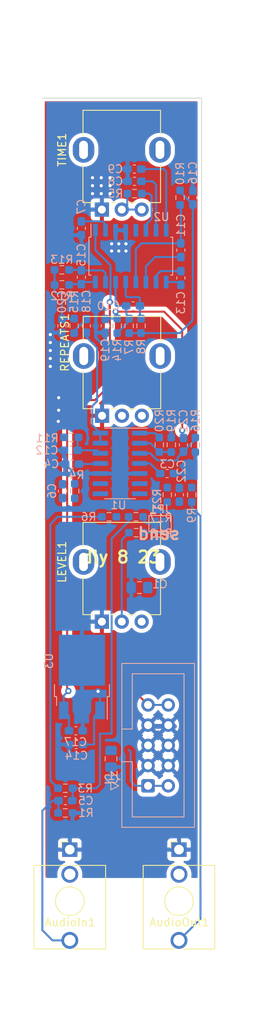
<source format=kicad_pcb>
(kicad_pcb (version 20221018) (generator pcbnew)
  (layers (0 "F.Cu" signal) (31 "B.Cu" signal) (34 "B.Paste" user) (35 "F.Paste" user) (36 "B.SilkS" user "B.Silkscreen") (37 "F.SilkS" user "F.Silkscreen") (38 "B.Mask" user) (39 "F.Mask" user) (44 "Edge.Cuts" user))
  (net 0 "")
  (net 1 "Net-(C22-Pad1)")
  (net 2 "Net-(U1C--)")
  (net 3 "Net-(AudioIn1-PadT)")
  (net 4 "GND")
  (net 5 "+12V")
  (net 6 "Net-(U2-REF)")
  (net 7 "Net-(U2-CC1)")
  (net 8 "DRY_OUT")
  (net 9 "Net-(C6-Pad1)")
  (net 10 "Net-(R5-Pad2)")
  (net 11 "Net-(U2-CC0)")
  (net 12 "REPEATS")
  (net 13 "Net-(U2-LPF2-OUT)")
  (net 14 "Net-(C16-Pad2)")
  (net 15 "Net-(U2-LPF2-IN)")
  (net 16 "Net-(AudioOut1-PadT)")
  (net 17 "Net-(U2-OP2-OUT)")
  (net 18 "Net-(U2-OP2-IN)")
  (net 19 "Net-(U1D-+)")
  (net 20 "Net-(C20-Pad1)")
  (net 21 "Net-(U2-OP1-IN)")
  (net 22 "Net-(C19-Pad2)")
  (net 23 "Net-(C18-Pad1)")
  (net 24 "Net-(U2-OP1-OUT)")
  (net 25 "WET_OUT")
  (net 26 "Net-(U2-LPF1-IN)")
  (net 27 "Net-(LEVEL1-Pad3)")
  (net 28 "-12V")
  (net 29 "Net-(U2-LPF1-OUT)")
  (net 30 "Net-(U1D--)")
  (net 31 "Net-(U1A-+)")
  (net 32 "Net-(JP1-B)")
  (net 33 "+5V")
  (net 34 "Net-(JP1-A)")
  (net 35 "Net-(U2-VCO)")
  (net 38 "Net-(U1A--)")
  (footprint "benjiaomodular:AudioJack_3.5mm" (layer "F.Cu") (at 142.1638 151.8778)
    (fp_text reference "AudioOut1" (at 0.05 9.13) (layer "F.SilkS"))
    (fp_text value "AudioJack2_SwitchT" hide)
    (pad "S" thru_hole rect (at 0 0 180) (size 1.93 1.83) (drill 1.22) (layers "*.Cu" "*.Mask") (net 4 "GND"))
    (pad "T" thru_hole circle (at 0 11.4 180) (size 2.13 2.13) (drill 1.43) (layers "*.Cu" "*.Mask") (net 16 "Net-(AudioOut1-PadT)"))
    (pad "TN" thru_hole circle (at 0 3.1 180) (size 2.13 2.13) (drill 1.42) (layers "*.Cu" "*.Mask"))
  )
  (footprint "benjiaomodular:AudioJack_3.5mm" (layer "F.Cu") (at 128.4478 151.8778)
    (fp_text reference "AudioIn1" (at 0.05 9.13) (layer "F.SilkS"))
    (fp_text value "AudioJack2_SwitchT" hide)
    (pad "S" thru_hole rect (at 0 0 180) (size 1.93 1.83) (drill 1.22) (layers "*.Cu" "*.Mask") (net 4 "GND"))
    (pad "T" thru_hole circle (at 0 11.4 180) (size 2.13 2.13) (drill 1.43) (layers "*.Cu" "*.Mask") (net 3 "Net-(AudioIn1-PadT)"))
    (pad "TN" thru_hole circle (at 0 3.1 180) (size 2.13 2.13) (drill 1.42) (layers "*.Cu" "*.Mask"))
  )
  (footprint "benjiaomodular:Potentiometer_RV09" (layer "F.Cu") (at 132.4756 123.2508 90)
    (fp_text reference "LEVEL1" (at 7.5 -5 90) (layer "F.SilkS"))
    (fp_text value "B10k")
    (pad "" thru_hole oval (at 7.5 -2.3 180) (size 2.72 3.24) (drill oval 1.1 2.3) (layers "*.Cu" "*.Mask"))
    (pad "" thru_hole oval (at 7.5 7.3 180) (size 2.72 3.24) (drill oval 1.1 2.3) (layers "*.Cu" "*.Mask"))
    (pad "1" thru_hole rect (at 0 0 180) (size 1.8 1.8) (drill 1) (layers "*.Cu" "*.Mask") (net 4 "GND"))
    (pad "2" thru_hole circle (at 0 2.5 180) (size 1.8 1.8) (drill 1) (layers "*.Cu" "*.Mask") (net 25 "WET_OUT"))
    (pad "3" thru_hole circle (at 0 5 180) (size 1.8 1.8) (drill 1) (layers "*.Cu" "*.Mask") (net 27 "Net-(LEVEL1-Pad3)"))
  )
  (footprint "benjiaomodular:Potentiometer_RV09" (layer "F.Cu") (at 132.4756 71.5 90)
    (fp_text reference "TIME1" (at 7.5 -5 90) (layer "F.SilkS"))
    (fp_text value "B100k")
    (pad "" thru_hole oval (at 7.5 -2.3 180) (size 2.72 3.24) (drill oval 1.1 2.3) (layers "*.Cu" "*.Mask"))
    (pad "" thru_hole oval (at 7.5 7.3 180) (size 2.72 3.24) (drill oval 1.1 2.3) (layers "*.Cu" "*.Mask"))
    (pad "1" thru_hole rect (at 0 0 180) (size 1.8 1.8) (drill 1) (layers "*.Cu" "*.Mask") (net 4 "GND"))
    (pad "2" thru_hole circle (at 0 2.5 180) (size 1.8 1.8) (drill 1) (layers "*.Cu" "*.Mask") (net 10 "Net-(R5-Pad2)"))
    (pad "3" thru_hole circle (at 0 5 180) (size 1.8 1.8) (drill 1) (layers "*.Cu" "*.Mask") (net 10 "Net-(R5-Pad2)"))
  )
  (footprint "benjiaomodular:Potentiometer_RV09" (layer "F.Cu") (at 132.5004 97.3906 90)
    (fp_text reference "REPEATS1" (at 9.2 -4.675 90) (layer "F.SilkS"))
    (fp_text value "B10k")
    (pad "" thru_hole oval locked (at 7.5 -2.3 180) (size 2.72 3.24) (drill oval 1.1 2.3) (layers "*.Cu" "*.Mask"))
    (pad "" thru_hole oval locked (at 7.5 7.3 180) (size 2.72 3.24) (drill oval 1.1 2.3) (layers "*.Cu" "*.Mask"))
    (pad "1" thru_hole rect locked (at 0 0 180) (size 1.8 1.8) (drill 1) (layers "*.Cu" "*.Mask") (net 4 "GND"))
    (pad "2" thru_hole circle locked (at 0 2.5 180) (size 1.8 1.8) (drill 1) (layers "*.Cu" "*.Mask") (net 12 "REPEATS"))
    (pad "3" thru_hole circle locked (at 0 5 180) (size 1.8 1.8) (drill 1) (layers "*.Cu" "*.Mask") (net 27 "Net-(LEVEL1-Pad3)"))
  )
  (footprint "Resistor_SMD:R_0603_1608Metric_Pad0.98x0.95mm_HandSolder" (layer "B.Cu") (at 134.4 86.1 -90)
    (fp_text reference "R14" (at 3.048 0 90) (layer "B.SilkS") (effects (justify mirror)))
    (fp_text value "10k")
    (pad "1" smd roundrect (at -0.9125 0 270) (size 0.975 0.95) (layers "B.Cu" "B.Paste" "B.Mask") (net 22 "Net-(C19-Pad2)"))
    (pad "2" smd roundrect (at 0.9125 0 270) (size 0.975 0.95) (layers "B.Cu" "B.Paste" "B.Mask") (net 13 "Net-(U2-LPF2-OUT)"))
  )
  (footprint "Capacitor_SMD:C_0603_1608Metric_Pad1.08x0.95mm_HandSolder" (layer "B.Cu") (at 142.2106 107.3169 90)
    (fp_text reference "C22" (at 2.96 0.25 90) (layer "B.SilkS") (effects (justify mirror)))
    (fp_text value "68pF")
    (pad "1" smd roundrect (at -0.8625 0 90) (size 1.075 0.95) (layers "B.Cu" "B.Paste" "B.Mask") (net 1 "Net-(C22-Pad1)"))
    (pad "2" smd roundrect (at 0.8625 0 90) (size 1.075 0.95) (layers "B.Cu" "B.Paste" "B.Mask") (net 32 "Net-(JP1-B)"))
  )
  (footprint "Capacitor_SMD:C_0805_2012Metric_Pad1.18x1.45mm_HandSolder" (layer "B.Cu") (at 137.2 118.975 180)
    (fp_text reference "C1" (at -2.575 0.425) (layer "B.SilkS") (effects (justify mirror)))
    (fp_text value "22uF")
    (pad "1" smd roundrect (at -1.0375 0 180) (size 1.175 1.45) (layers "B.Cu" "B.Paste" "B.Mask") (roundrect_rratio 0.2127659574) (net 5 "+12V"))
    (pad "2" smd roundrect (at 1.0375 0 180) (size 1.175 1.45) (layers "B.Cu" "B.Paste" "B.Mask") (roundrect_rratio 0.2127659574) (net 4 "GND"))
  )
  (footprint "Package_TO_SOT_SMD:TO-252-2" (layer "B.Cu") (at 129.9708 130.1936 90)
    (fp_text reference "U3" (at 2 -4.15 270) (layer "B.SilkS") (effects (justify mirror)))
    (fp_text value "L7805")
    (pad "1" smd rect (at -4.2 2.28 90) (size 2.2 1.2) (layers "B.Cu" "B.Paste" "B.Mask") (net 5 "+12V"))
    (pad "2" smd rect (at 2.1 0 90) (size 6.4 5.8) (layers "B.Cu" "B.Mask") (net 4 "GND"))
    (pad "3" smd rect (at -4.2 -2.28 90) (size 2.2 1.2) (layers "B.Cu" "B.Paste" "B.Mask") (net 33 "+5V"))
  )
  (footprint "Resistor_SMD:R_0603_1608Metric_Pad0.98x0.95mm_HandSolder" (layer "B.Cu") (at 127.8909 144.1704 180)
    (fp_text reference "R3" (at -2.5 -0.02) (layer "B.SilkS") (effects (justify mirror)))
    (fp_text value "100k")
    (pad "1" smd roundrect (at -0.9125 0 180) (size 0.975 0.95) (layers "B.Cu" "B.Paste" "B.Mask") (net 8 "DRY_OUT"))
    (pad "2" smd roundrect (at 0.9125 0 180) (size 0.975 0.95) (layers "B.Cu" "B.Paste" "B.Mask") (net 2 "Net-(U1C--)"))
  )
  (footprint "Capacitor_SMD:C_0603_1608Metric_Pad1.08x0.95mm_HandSolder" (layer "B.Cu") (at 132.9 86.1 90)
    (fp_text reference "C19" (at -3.048 0 90) (layer "B.SilkS") (effects (justify mirror)))
    (fp_text value "2.2nF")
    (pad "1" smd roundrect (at -0.8625 0 90) (size 1.075 0.95) (layers "B.Cu" "B.Paste" "B.Mask") (net 4 "GND"))
    (pad "2" smd roundrect (at 0.8625 0 90) (size 1.075 0.95) (layers "B.Cu" "B.Paste" "B.Mask") (net 22 "Net-(C19-Pad2)"))
  )
  (footprint "Resistor_SMD:R_0603_1608Metric_Pad0.98x0.95mm_HandSolder" (layer "B.Cu") (at 136.760131 110.0834)
    (fp_text reference "R17" (at 3.125 0.15) (layer "B.SilkS") (effects (justify mirror)))
    (fp_text value "100k")
    (pad "1" smd roundrect (at -0.9125 0) (size 0.975 0.95) (layers "B.Cu" "B.Paste" "B.Mask") (net 8 "DRY_OUT"))
    (pad "2" smd roundrect (at 0.9125 0) (size 0.975 0.95) (layers "B.Cu" "B.Paste" "B.Mask") (net 32 "Net-(JP1-B)"))
  )
  (footprint "Capacitor_SMD:C_0603_1608Metric_Pad1.08x0.95mm_HandSolder" (layer "B.Cu") (at 128.7283 103.4542)
    (fp_text reference "C4" (at -2.6 0) (layer "B.SilkS") (effects (justify mirror)))
    (fp_text value "100nF")
    (pad "1" smd roundrect (at -0.8625 0) (size 1.075 0.95) (layers "B.Cu" "B.Paste" "B.Mask") (net 4 "GND"))
    (pad "2" smd roundrect (at 0.8625 0) (size 1.075 0.95) (layers "B.Cu" "B.Paste" "B.Mask") (net 28 "-12V"))
  )
  (footprint "Resistor_SMD:R_0603_1608Metric_Pad0.98x0.95mm_HandSolder" (layer "B.Cu") (at 141.1986 101.0399 -90)
    (fp_text reference "R19" (at -3.05 0 90) (layer "B.SilkS") (effects (justify mirror)))
    (fp_text value "20k")
    (pad "1" smd roundrect (at -0.9125 0 270) (size 0.975 0.95) (layers "B.Cu" "B.Paste" "B.Mask") (net 4 "GND"))
    (pad "2" smd roundrect (at 0.9125 0 270) (size 0.975 0.95) (layers "B.Cu" "B.Paste" "B.Mask") (net 38 "Net-(U1A--)"))
  )
  (footprint "Resistor_SMD:R_0603_1608Metric_Pad0.98x0.95mm_HandSolder" (layer "B.Cu") (at 133.385131 110.0834 180)
    (fp_text reference "R6" (at 2.575 0) (layer "B.SilkS") (effects (justify mirror)))
    (fp_text value "100k")
    (pad "1" smd roundrect (at -0.9125 0 180) (size 0.975 0.95) (layers "B.Cu" "B.Paste" "B.Mask") (net 12 "REPEATS"))
    (pad "2" smd roundrect (at 0.9125 0 180) (size 0.975 0.95) (layers "B.Cu" "B.Paste" "B.Mask") (net 2 "Net-(U1C--)"))
  )
  (footprint "Capacitor_SMD:C_0603_1608Metric_Pad1.08x0.95mm_HandSolder" (layer "B.Cu") (at 127.5334 106.8578 90)
    (fp_text reference "C6" (at 0.025 -1.325 90) (layer "B.SilkS") (effects (justify mirror)))
    (fp_text value "47pF")
    (pad "1" smd roundrect (at -0.8625 0 90) (size 1.075 0.95) (layers "B.Cu" "B.Paste" "B.Mask") (net 9 "Net-(C6-Pad1)"))
    (pad "2" smd roundrect (at 0.8625 0 90) (size 1.075 0.95) (layers "B.Cu" "B.Paste" "B.Mask") (net 2 "Net-(U1C--)"))
  )
  (footprint "Capacitor_SMD:C_0603_1608Metric_Pad1.08x0.95mm_HandSolder" (layer "B.Cu") (at 136.4 83.6 180)
    (fp_text reference "C10" (at 3.1 0) (layer "B.SilkS") (effects (justify mirror)))
    (fp_text value "2.2nF")
    (pad "1" smd roundrect (at -0.8625 0 180) (size 1.075 0.95) (layers "B.Cu" "B.Paste" "B.Mask") (net 15 "Net-(U2-LPF2-IN)"))
    (pad "2" smd roundrect (at 0.8625 0 180) (size 1.075 0.95) (layers "B.Cu" "B.Paste" "B.Mask") (net 13 "Net-(U2-LPF2-OUT)"))
  )
  (footprint "Capacitor_SMD:C_0603_1608Metric_Pad1.08x0.95mm_HandSolder" (layer "B.Cu") (at 142.4 80.09 90)
    (fp_text reference "C13" (at -3.11 0 90) (layer "B.SilkS") (effects (justify mirror)))
    (fp_text value "100nF")
    (pad "1" smd roundrect (at -0.8625 0 90) (size 1.075 0.95) (layers "B.Cu" "B.Paste" "B.Mask") (net 24 "Net-(U2-OP1-OUT)"))
    (pad "2" smd roundrect (at 0.8625 0 90) (size 1.075 0.95) (layers "B.Cu" "B.Paste" "B.Mask") (net 21 "Net-(U2-OP1-IN)"))
  )
  (footprint "Resistor_SMD:R_0603_1608Metric_Pad0.98x0.95mm_HandSolder" (layer "B.Cu") (at 136.58 69.49 180)
    (fp_text reference "R5" (at 2.4 0) (layer "B.SilkS") (effects (justify mirror)))
    (fp_text value "2.7k")
    (pad "1" smd roundrect (at -0.9125 0 180) (size 0.975 0.95) (layers "B.Cu" "B.Paste" "B.Mask") (net 35 "Net-(U2-VCO)"))
    (pad "2" smd roundrect (at 0.9125 0 180) (size 0.975 0.95) (layers "B.Cu" "B.Paste" "B.Mask") (net 10 "Net-(R5-Pad2)"))
  )
  (footprint "Capacitor_SMD:C_0603_1608Metric_Pad1.08x0.95mm_HandSolder" (layer "B.Cu") (at 127.4572 86.106 -90)
    (fp_text reference "C20" (at -3.03 0 90) (layer "B.SilkS") (effects (justify mirror)))
    (fp_text value "4.7nF")
    (pad "1" smd roundrect (at -0.8625 0 270) (size 1.075 0.95) (layers "B.Cu" "B.Paste" "B.Mask") (net 20 "Net-(C20-Pad1)"))
    (pad "2" smd roundrect (at 0.8625 0 270) (size 1.075 0.95) (layers "B.Cu" "B.Paste" "B.Mask") (net 4 "GND"))
  )
  (footprint "Resistor_SMD:R_0603_1608Metric_Pad0.98x0.95mm_HandSolder" (layer "B.Cu") (at 128.6275 100.1014)
    (fp_text reference "R11" (at -3.025 0.1) (layer "B.SilkS") (effects (justify mirror)))
    (fp_text value "10k")
    (pad "1" smd roundrect (at -0.9125 0) (size 0.975 0.95) (layers "B.Cu" "B.Paste" "B.Mask") (net 9 "Net-(C6-Pad1)"))
    (pad "2" smd roundrect (at 0.9125 0) (size 0.975 0.95) (layers "B.Cu" "B.Paste" "B.Mask") (net 19 "Net-(U1D-+)"))
  )
  (footprint "Capacitor_SMD:C_0603_1608Metric_Pad1.08x0.95mm_HandSolder" (layer "B.Cu") (at 140.6652 104.6499)
    (fp_text reference "C3" (at 0.035 -1.18) (layer "B.SilkS") (effects (justify mirror)))
    (fp_text value "100nF")
    (pad "1" smd roundrect (at -0.8625 0) (size 1.075 0.95) (layers "B.Cu" "B.Paste" "B.Mask") (net 5 "+12V"))
    (pad "2" smd roundrect (at 0.8625 0) (size 1.075 0.95) (layers "B.Cu" "B.Paste" "B.Mask") (net 4 "GND"))
  )
  (footprint "Connector_IDC:IDC-Header_2x05_P2.54mm_Vertical" (layer "B.Cu") (at 138.2776 143.8656)
    (fp_text reference "J1" (at -4.2225 -1.255) (layer "B.SilkS") (effects (justify mirror)))
    (fp_text value "IDC_2x05")
    (pad "1" thru_hole roundrect (at 0 0) (size 1.7 1.7) (drill 1) (layers "*.Cu" "*.Mask") (roundrect_rratio 0.1470588235) (net 28 "-12V"))
    (pad "2" thru_hole circle (at 2.54 0) (size 1.7 1.7) (drill 1) (layers "*.Cu" "*.Mask") (net 28 "-12V"))
    (pad "3" thru_hole circle (at 0 -2.54) (size 1.7 1.7) (drill 1) (layers "*.Cu" "*.Mask") (net 4 "GND"))
    (pad "4" thru_hole circle (at 2.54 -2.54) (size 1.7 1.7) (drill 1) (layers "*.Cu" "*.Mask") (net 4 "GND"))
    (pad "5" thru_hole circle (at 0 -5.08) (size 1.7 1.7) (drill 1) (layers "*.Cu" "*.Mask") (net 4 "GND"))
    (pad "6" thru_hole circle (at 2.54 -5.08) (size 1.7 1.7) (drill 1) (layers "*.Cu" "*.Mask") (net 4 "GND"))
    (pad "7" thru_hole circle (at 0 -7.62) (size 1.7 1.7) (drill 1) (layers "*.Cu" "*.Mask") (net 4 "GND"))
    (pad "8" thru_hole circle (at 2.54 -7.62) (size 1.7 1.7) (drill 1) (layers "*.Cu" "*.Mask") (net 4 "GND"))
    (pad "9" thru_hole circle (at 0 -10.16) (size 1.7 1.7) (drill 1) (layers "*.Cu" "*.Mask") (net 5 "+12V"))
    (pad "10" thru_hole circle (at 2.54 -10.16) (size 1.7 1.7) (drill 1) (layers "*.Cu" "*.Mask") (net 5 "+12V"))
  )
  (footprint "Resistor_SMD:R_0603_1608Metric_Pad0.98x0.95mm_HandSolder" (layer "B.Cu") (at 142.3 70 -90)
    (fp_text reference "R10" (at -3.025 0 90) (layer "B.SilkS") (effects (justify mirror)))
    (fp_text value "10k")
    (pad "1" smd roundrect (at -0.9125 0 270) (size 0.975 0.95) (layers "B.Cu" "B.Paste" "B.Mask") (net 14 "Net-(C16-Pad2)"))
    (pad "2" smd roundrect (at 0.9125 0 270) (size 0.975 0.95) (layers "B.Cu" "B.Paste" "B.Mask") (net 17 "Net-(U2-OP2-OUT)"))
  )
  (footprint "Capacitor_SMD:C_0603_1608Metric_Pad1.08x0.95mm_HandSolder" (layer "B.Cu") (at 142.4 76.6 90)
    (fp_text reference "C11" (at 3.125 0 90) (layer "B.SilkS") (effects (justify mirror)))
    (fp_text value "100nF")
    (pad "1" smd roundrect (at -0.8625 0 90) (size 1.075 0.95) (layers "B.Cu" "B.Paste" "B.Mask") (net 18 "Net-(U2-OP2-IN)"))
    (pad "2" smd roundrect (at 0.8625 0 90) (size 1.075 0.95) (layers "B.Cu" "B.Paste" "B.Mask") (net 17 "Net-(U2-OP2-OUT)"))
  )
  (footprint "Resistor_SMD:R_0603_1608Metric_Pad0.98x0.95mm_HandSolder" (layer "B.Cu") (at 136.785131 112.0734)
    (fp_text reference "R18" (at 3.125 0.1) (layer "B.SilkS") (effects (justify mirror)))
    (fp_text value "68k")
    (pad "1" smd roundrect (at -0.9125 0) (size 0.975 0.95) (layers "B.Cu" "B.Paste" "B.Mask") (net 25 "WET_OUT"))
    (pad "2" smd roundrect (at 0.9125 0) (size 0.975 0.95) (layers "B.Cu" "B.Paste" "B.Mask") (net 34 "Net-(JP1-A)"))
  )
  (footprint "Capacitor_SMD:C_0603_1608Metric_Pad1.08x0.95mm_HandSolder" (layer "B.Cu") (at 127.8909 145.7204 180)
    (fp_text reference "C5" (at -2.562 -0.02) (layer "B.SilkS") (effects (justify mirror)))
    (fp_text value "220nF")
    (pad "1" smd roundrect (at -0.8625 0 180) (size 1.075 0.95) (layers "B.Cu" "B.Paste" "B.Mask") (net 8 "DRY_OUT"))
    (pad "2" smd roundrect (at 0.8625 0 180) (size 1.075 0.95) (layers "B.Cu" "B.Paste" "B.Mask") (net 3 "Net-(AudioIn1-PadT)"))
  )
  (footprint "Resistor_SMD:R_0603_1608Metric_Pad0.98x0.95mm_HandSolder" (layer "B.Cu") (at 129.0634 106.8478 -90)
    (fp_text reference "R4" (at -2.015 -0.245) (layer "B.SilkS") (effects (justify mirror)))
    (fp_text value "10k")
    (pad "1" smd roundrect (at -0.9125 0 270) (size 0.975 0.95) (layers "B.Cu" "B.Paste" "B.Mask") (net 2 "Net-(U1C--)"))
    (pad "2" smd roundrect (at 0.9125 0 270) (size 0.975 0.95) (layers "B.Cu" "B.Paste" "B.Mask") (net 9 "Net-(C6-Pad1)"))
  )
  (footprint "Resistor_SMD:R_0603_1608Metric_Pad0.98x0.95mm_HandSolder" (layer "B.Cu") (at 140.6906 107.3169 -90)
    (fp_text reference "R21" (at 0.678 1.276 90) (layer "B.SilkS") (effects (justify mirror)))
    (fp_text value "100k")
    (pad "1" smd roundrect (at -0.9125 0 270) (size 0.975 0.95) (layers "B.Cu" "B.Paste" "B.Mask") (net 32 "Net-(JP1-B)"))
    (pad "2" smd roundrect (at 0.9125 0 270) (size 0.975 0.95) (layers "B.Cu" "B.Paste" "B.Mask") (net 1 "Net-(C22-Pad1)"))
  )
  (footprint "Resistor_SMD:R_0603_1608Metric_Pad0.98x0.95mm_HandSolder" (layer "B.Cu") (at 127.8909 147.2704 180)
    (fp_text reference "R1" (at -2.58 0.01) (layer "B.SilkS") (effects (justify mirror)))
    (fp_text value "1M")
    (pad "1" smd roundrect (at -0.9125 0 180) (size 0.975 0.95) (layers "B.Cu" "B.Paste" "B.Mask") (net 4 "GND"))
    (pad "2" smd roundrect (at 0.9125 0 180) (size 0.975 0.95) (layers "B.Cu" "B.Paste" "B.Mask") (net 3 "Net-(AudioIn1-PadT)"))
  )
  (footprint "Resistor_SMD:R_0603_1608Metric_Pad0.98x0.95mm_HandSolder" (layer "B.Cu") (at 143.7606 107.3169 90)
    (fp_text reference "R9" (at -2.575 0 90) (layer "B.SilkS") (effects (justify mirror)))
    (fp_text value "1k")
    (pad "1" smd roundrect (at -0.9125 0 90) (size 0.975 0.95) (layers "B.Cu" "B.Paste" "B.Mask") (net 16 "Net-(AudioOut1-PadT)"))
    (pad "2" smd roundrect (at 0.9125 0 90) (size 0.975 0.95) (layers "B.Cu" "B.Paste" "B.Mask") (net 1 "Net-(C22-Pad1)"))
  )
  (footprint "Resistor_SMD:R_0603_1608Metric_Pad0.98x0.95mm_HandSolder" (layer "B.Cu") (at 139.6886 101.0299 90)
    (fp_text reference "R20" (at 3.02 0.02 90) (layer "B.SilkS") (effects (justify mirror)))
    (fp_text value "100k")
    (pad "1" smd roundrect (at -0.9125 0 90) (size 0.975 0.95) (layers "B.Cu" "B.Paste" "B.Mask") (net 38 "Net-(U1A--)"))
    (pad "2" smd roundrect (at 0.9125 0 90) (size 0.975 0.95) (layers "B.Cu" "B.Paste" "B.Mask") (net 27 "Net-(LEVEL1-Pad3)"))
  )
  (footprint "Capacitor_SMD:C_0805_2012Metric_Pad1.18x1.45mm_HandSolder" (layer "B.Cu") (at 133.6294 140.462 90)
    (fp_text reference "C2" (at -2.575 0.025 180) (layer "B.SilkS") (effects (justify mirror)))
    (fp_text value "22uF")
    (pad "1" smd roundrect (at -1.0375 0 90) (size 1.175 1.45) (layers "B.Cu" "B.Paste" "B.Mask") (roundrect_rratio 0.2127659574) (net 4 "GND"))
    (pad "2" smd roundrect (at 1.0375 0 90) (size 1.175 1.45) (layers "B.Cu" "B.Paste" "B.Mask") (roundrect_rratio 0.2127659574) (net 28 "-12V"))
  )
  (footprint "Capacitor_SMD:C_0603_1608Metric_Pad1.08x0.95mm_HandSolder" (layer "B.Cu") (at 142.7186 101.0399 -90)
    (fp_text reference "C21" (at -3 0 90) (layer "B.SilkS") (effects (justify mirror)))
    (fp_text value "10nF")
    (pad "1" smd roundrect (at -0.8625 0 270) (size 1.075 0.95) (layers "B.Cu" "B.Paste" "B.Mask") (net 22 "Net-(C19-Pad2)"))
    (pad "2" smd roundrect (at 0.8625 0 270) (size 1.075 0.95) (layers "B.Cu" "B.Paste" "B.Mask") (net 31 "Net-(U1A-+)"))
  )
  (footprint "Capacitor_SMD:C_0603_1608Metric_Pad1.08x0.95mm_HandSolder" (layer "B.Cu") (at 136.559887 66.409826)
    (fp_text reference "C9" (at -2.4 0) (layer "B.SilkS") (effects (justify mirror)))
    (fp_text value "100nF")
    (pad "1" smd roundrect (at -0.8625 0) (size 1.075 0.95) (layers "B.Cu" "B.Paste" "B.Mask") (net 4 "GND"))
    (pad "2" smd roundrect (at 0.8625 0) (size 1.075 0.95) (layers "B.Cu" "B.Paste" "B.Mask") (net 11 "Net-(U2-CC0)"))
  )
  (footprint "Resistor_SMD:R_0603_1608Metric_Pad0.98x0.95mm_HandSolder" (layer "B.Cu") (at 144.2186 101.0499 90)
    (fp_text reference "R16" (at 3.05 0.02 90) (layer "B.SilkS") (effects (justify mirror)))
    (fp_text value "1M")
    (pad "1" smd roundrect (at -0.9125 0 90) (size 0.975 0.95) (layers "B.Cu" "B.Paste" "B.Mask") (net 4 "GND"))
    (pad "2" smd roundrect (at 0.9125 0 90) (size 0.975 0.95) (layers "B.Cu" "B.Paste" "B.Mask") (net 31 "Net-(U1A-+)"))
  )
  (footprint "Capacitor_SMD:C_0603_1608Metric_Pad1.08x0.95mm_HandSolder" (layer "B.Cu") (at 129.9 73.85 -90)
    (fp_text reference "C7" (at -2.7 0 90) (layer "B.SilkS") (effects (justify mirror)))
    (fp_text value "1uF")
    (pad "1" smd roundrect (at -0.8625 0 270) (size 1.075 0.95) (layers "B.Cu" "B.Paste" "B.Mask") (net 6 "Net-(U2-REF)"))
    (pad "2" smd roundrect (at 0.8625 0 270) (size 1.075 0.95) (layers "B.Cu" "B.Paste" "B.Mask") (net 4 "GND"))
  )
  (footprint "Resistor_SMD:R_0603_1608Metric_Pad0.98x0.95mm_HandSolder" (layer "B.Cu") (at 135.9 86.1 90)
    (fp_text reference "R7" (at -2.65 0 90) (layer "B.SilkS") (effects (justify mirror)))
    (fp_text value "20k")
    (pad "1" smd roundrect (at -0.9125 0 90) (size 0.975 0.95) (layers "B.Cu" "B.Paste" "B.Mask") (net 14 "Net-(C16-Pad2)"))
    (pad "2" smd roundrect (at 0.9125 0 90) (size 0.975 0.95) (layers "B.Cu" "B.Paste" "B.Mask") (net 13 "Net-(U2-LPF2-OUT)"))
  )
  (footprint "Capacitor_SMD:C_0603_1608Metric_Pad1.08x0.95mm_HandSolder" (layer "B.Cu") (at 136.579887 67.949826)
    (fp_text reference "C8" (at -2.4 0) (layer "B.SilkS") (effects (justify mirror)))
    (fp_text value "100nF")
    (pad "1" smd roundrect (at -0.8625 0) (size 1.075 0.95) (layers "B.Cu" "B.Paste" "B.Mask") (net 4 "GND"))
    (pad "2" smd roundrect (at 0.8625 0) (size 1.075 0.95) (layers "B.Cu" "B.Paste" "B.Mask") (net 7 "Net-(U2-CC1)"))
  )
  (footprint "Resistor_SMD:R_0603_1608Metric_Pad0.98x0.95mm_HandSolder" (layer "B.Cu") (at 127.45 80.95)
    (fp_text reference "R12" (at -0.008 1.4) (layer "B.SilkS") (effects (justify mirror)))
    (fp_text value "10k")
    (pad "1" smd roundrect (at -0.9125 0) (size 0.975 0.95) (layers "B.Cu" "B.Paste" "B.Mask") (net 20 "Net-(C20-Pad1)"))
    (pad "2" smd roundrect (at 0.9125 0) (size 0.975 0.95) (layers "B.Cu" "B.Paste" "B.Mask") (net 26 "Net-(U2-LPF1-IN)"))
  )
  (footprint "Package_SO:SOP-16_4.55x10.3mm_P1.27mm" (layer "B.Cu") (at 136.11 77.35 -90)
    (fp_text reference "U2" (at -4.925 -3.85) (layer "B.SilkS") (effects (justify mirror)))
    (fp_text value "PT2399")
    (pad "1" smd roundrect (at -3.25 4.445 270) (size 1.6 0.6) (layers "B.Cu" "B.Paste" "B.Mask") (net 33 "+5V"))
    (pad "2" smd roundrect (at -3.25 3.175 270) (size 1.6 0.6) (layers "B.Cu" "B.Paste" "B.Mask") (net 6 "Net-(U2-REF)"))
    (pad "3" smd roundrect (at -3.25 1.905 270) (size 1.6 0.6) (layers "B.Cu" "B.Paste" "B.Mask") (net 4 "GND"))
    (pad "4" smd roundrect (at -3.25 0.635 270) (size 1.6 0.6) (layers "B.Cu" "B.Paste" "B.Mask") (net 4 "GND"))
    (pad "5" smd roundrect (at -3.25 -0.635 270) (size 1.6 0.6) (layers "B.Cu" "B.Paste" "B.Mask"))
    (pad "6" smd roundrect (at -3.25 -1.905 270) (size 1.6 0.6) (layers "B.Cu" "B.Paste" "B.Mask") (net 35 "Net-(U2-VCO)"))
    (pad "7" smd roundrect (at -3.25 -3.175 270) (size 1.6 0.6) (layers "B.Cu" "B.Paste" "B.Mask") (net 7 "Net-(U2-CC1)"))
    (pad "8" smd roundrect (at -3.25 -4.445 270) (size 1.6 0.6) (layers "B.Cu" "B.Paste" "B.Mask") (net 11 "Net-(U2-CC0)"))
    (pad "9" smd roundrect (at 3.25 -4.445 270) (size 1.6 0.6) (layers "B.Cu" "B.Paste" "B.Mask") (net 24 "Net-(U2-OP1-OUT)"))
    (pad "10" smd roundrect (at 3.25 -3.175 270) (size 1.6 0.6) (layers "B.Cu" "B.Paste" "B.Mask") (net 21 "Net-(U2-OP1-IN)"))
    (pad "11" smd roundrect (at 3.25 -1.905 270) (size 1.6 0.6) (layers "B.Cu" "B.Paste" "B.Mask") (net 18 "Net-(U2-OP2-IN)"))
    (pad "12" smd roundrect (at 3.25 -0.635 270) (size 1.6 0.6) (layers "B.Cu" "B.Paste" "B.Mask") (net 17 "Net-(U2-OP2-OUT)"))
    (pad "13" smd roundrect (at 3.25 0.635 270) (size 1.6 0.6) (layers "B.Cu" "B.Paste" "B.Mask") (net 15 "Net-(U2-LPF2-IN)"))
    (pad "14" smd roundrect (at 3.25 1.905 270) (size 1.6 0.6) (layers "B.Cu" "B.Paste" "B.Mask") (net 13 "Net-(U2-LPF2-OUT)"))
    (pad "15" smd roundrect (at 3.25 3.175 270) (size 1.6 0.6) (layers "B.Cu" "B.Paste" "B.Mask") (net 29 "Net-(U2-LPF1-OUT)"))
    (pad "16" smd roundrect (at 3.25 4.445 270) (size 1.6 0.6) (layers "B.Cu" "B.Paste" "B.Mask") (net 26 "Net-(U2-LPF1-IN)"))
  )
  (footprint "Capacitor_SMD:C_0603_1608Metric_Pad1.08x0.95mm_HandSolder" (layer "B.Cu") (at 130.5172 86.106 -90)
    (fp_text reference "C18" (at -3.08 -0.01 90) (layer "B.SilkS") (effects (justify mirror)))
    (fp_text value "1uF")
    (pad "1" smd roundrect (at -0.8625 0 270) (size 1.075 0.95) (layers "B.Cu" "B.Paste" "B.Mask") (net 23 "Net-(C18-Pad1)"))
    (pad "2" smd roundrect (at 0.8625 0 270) (size 1.075 0.95) (layers "B.Cu" "B.Paste" "B.Mask") (net 30 "Net-(U1D--)"))
  )
  (footprint "Package_SO:SOIC-14_3.9x8.7mm_P1.27mm" (layer "B.Cu") (at 134.7612 103.378 180)
    (fp_text reference "U1" (at 0.22 -5.25) (layer "B.SilkS") (effects (justify mirror)))
    (fp_text value "TL074")
    (pad "1" smd roundrect (at -2.475 3.81 180) (size 1.95 0.6) (layers "B.Cu" "B.Paste" "B.Mask") (net 27 "Net-(LEVEL1-Pad3)"))
    (pad "2" smd roundrect (at -2.475 2.54 180) (size 1.95 0.6) (layers "B.Cu" "B.Paste" "B.Mask") (net 38 "Net-(U1A--)"))
    (pad "3" smd roundrect (at -2.475 1.27 180) (size 1.95 0.6) (layers "B.Cu" "B.Paste" "B.Mask") (net 31 "Net-(U1A-+)"))
    (pad "4" smd roundrect (at -2.475 0 180) (size 1.95 0.6) (layers "B.Cu" "B.Paste" "B.Mask") (net 5 "+12V"))
    (pad "5" smd roundrect (at -2.475 -1.27 180) (size 1.95 0.6) (layers "B.Cu" "B.Paste" "B.Mask") (net 4 "GND"))
    (pad "6" smd roundrect (at -2.475 -2.54 180) (size 1.95 0.6) (layers "B.Cu" "B.Paste" "B.Mask") (net 32 "Net-(JP1-B)"))
    (pad "7" smd roundrect (at -2.475 -3.81 180) (size 1.95 0.6) (layers "B.Cu" "B.Paste" "B.Mask") (net 1 "Net-(C22-Pad1)"))
    (pad "8" smd roundrect (at 2.475 -3.81 180) (size 1.95 0.6) (layers "B.Cu" "B.Paste" "B.Mask") (net 9 "Net-(C6-Pad1)"))
    (pad "9" smd roundrect (at 2.475 -2.54 180) (size 1.95 0.6) (layers "B.Cu" "B.Paste" "B.Mask") (net 2 "Net-(U1C--)"))
    (pad "10" smd roundrect (at 2.475 -1.27 180) (size 1.95 0.6) (layers "B.Cu" "B.Paste" "B.Mask") (net 4 "GND"))
    (pad "11" smd roundrect (at 2.475 0 180) (size 1.95 0.6) (layers "B.Cu" "B.Paste" "B.Mask") (net 28 "-12V"))
    (pad "12" smd roundrect (at 2.475 1.27 180) (size 1.95 0.6) (layers "B.Cu" "B.Paste" "B.Mask") (net 19 "Net-(U1D-+)"))
    (pad "13" smd roundrect (at 2.475 2.54 180) (size 1.95 0.6) (layers "B.Cu" "B.Paste" "B.Mask") (net 30 "Net-(U1D--)"))
    (pad "14" smd roundrect (at 2.475 3.81 180) (size 1.95 0.6) (layers "B.Cu" "B.Paste" "B.Mask") (net 30 "Net-(U1D--)"))
  )
  (footprint "Capacitor_SMD:C_0603_1608Metric_Pad1.08x0.95mm_HandSolder" (layer "B.Cu") (at 128.5759 101.727)
    (fp_text reference "C12" (at -3.01 0) (layer "B.SilkS") (effects (justify mirror)))
    (fp_text value "2.2nF")
    (pad "1" smd roundrect (at -0.8625 0) (size 1.075 0.95) (layers "B.Cu" "B.Paste" "B.Mask") (net 4 "GND"))
    (pad "2" smd roundrect (at 0.8625 0) (size 1.075 0.95) (layers "B.Cu" "B.Paste" "B.Mask") (net 19 "Net-(U1D-+)"))
  )
  (footprint "Jumper:SolderJumper-2_P1.3mm_Bridged_Pad1.0x1.5mm" (layer "B.Cu") (at 139.785131 110.9234 180)
    (fp_text reference "JP1" (at 0 1.8) (layer "B.SilkS") (effects (justify mirror)))
    (fp_text value "Jumper_2_Bridged")
    (fp_poly (pts (xy -0.25 0.3) (xy 0.25 0.3) (xy 0.25 -0.3) (xy -0.25 -0.3)) (fill solid) (layer "B.Cu"))
    (pad "1" smd rect (at -0.65 0 180) (size 1 1.5) (layers "B.Cu" "B.Mask") (net 34 "Net-(JP1-A)"))
    (pad "2" smd rect (at 0.65 0 180) (size 1 1.5) (layers "B.Cu" "B.Mask") (net 32 "Net-(JP1-B)"))
  )
  (footprint "Capacitor_SMD:C_0603_1608Metric_Pad1.08x0.95mm_HandSolder" (layer "B.Cu") (at 129.2109 136.9568)
    (fp_text reference "C17" (at -0.05 1.4) (layer "B.SilkS") (effects (justify mirror)))
    (fp_text value "100nF")
    (pad "1" smd roundrect (at -0.8625 0) (size 1.075 0.95) (layers "B.Cu" "B.Paste" "B.Mask") (net 33 "+5V"))
    (pad "2" smd roundrect (at 0.8625 0) (size 1.075 0.95) (layers "B.Cu" "B.Paste" "B.Mask") (net 4 "GND"))
  )
  (footprint "Capacitor_SMD:C_0603_1608Metric_Pad1.08x0.95mm_HandSolder" (layer "B.Cu") (at 143.9 70 -90)
    (fp_text reference "C16" (at -3.1 0 90) (layer "B.SilkS") (effects (justify mirror)))
    (fp_text value "15nF")
    (pad "1" smd roundrect (at -0.8625 0 270) (size 1.075 0.95) (layers "B.Cu" "B.Paste" "B.Mask") (net 4 "GND"))
    (pad "2" smd roundrect (at 0.8625 0 270) (size 1.075 0.95) (layers "B.Cu" "B.Paste" "B.Mask") (net 14 "Net-(C16-Pad2)"))
  )
  (footprint "Capacitor_SMD:C_0603_1608Metric_Pad1.08x0.95mm_HandSolder" (layer "B.Cu") (at 129.9 80 -90)
    (fp_text reference "C15" (at -2.8 0 -90) (layer "B.SilkS") (effects (justify mirror)))
    (fp_text value "2.2nF")
    (pad "1" smd roundrect (at -0.8625 0 270) (size 1.075 0.95) (layers "B.Cu" "B.Paste" "B.Mask") (net 29 "Net-(U2-LPF1-OUT)"))
    (pad "2" smd roundrect (at 0.8625 0 270) (size 1.075 0.95) (layers "B.Cu" "B.Paste" "B.Mask") (net 26 "Net-(U2-LPF1-IN)"))
  )
  (footprint "Resistor_SMD:R_0603_1608Metric_Pad0.98x0.95mm_HandSolder" (layer "B.Cu") (at 128.9872 86.106 90)
    (fp_text reference "R15" (at 3.04 0 90) (layer "B.SilkS") (effects (justify mirror)))
    (fp_text value "10k")
    (pad "1" smd roundrect (at -0.9125 0 90) (size 0.975 0.95) (layers "B.Cu" "B.Paste" "B.Mask") (net 23 "Net-(C18-Pad1)"))
    (pad "2" smd roundrect (at 0.9125 0 90) (size 0.975 0.95) (layers "B.Cu" "B.Paste" "B.Mask") (net 20 "Net-(C20-Pad1)"))
  )
  (footprint "Capacitor_SMD:C_0603_1608Metric_Pad1.08x0.95mm_HandSolder" (layer "B.Cu") (at 129.2363 138.684 180)
    (fp_text reference "C14" (at -0.05 -1.375) (layer "B.SilkS") (effects (justify mirror)))
    (fp_text value "330nF")
    (pad "1" smd roundrect (at -0.8625 0 180) (size 1.075 0.95) (layers "B.Cu" "B.Paste" "B.Mask") (net 5 "+12V"))
    (pad "2" smd roundrect (at 0.8625 0 180) (size 1.075 0.95) (layers "B.Cu" "B.Paste" "B.Mask") (net 4 "GND"))
  )
  (footprint "Resistor_SMD:R_0603_1608Metric_Pad0.98x0.95mm_HandSolder" (layer "B.Cu") (at 137.4 86.1 90)
    (fp_text reference "R8" (at -2.6 0 90) (layer "B.SilkS") (effects (justify mirror)))
    (fp_text value "10k")
    (pad "1" smd roundrect (at -0.9125 0 90) (size 0.975 0.95) (layers "B.Cu" "B.Paste" "B.Mask") (net 14 "Net-(C16-Pad2)"))
    (pad "2" smd roundrect (at 0.9125 0 90) (size 0.975 0.95) (layers "B.Cu" "B.Paste" "B.Mask") (net 15 "Net-(U2-LPF2-IN)"))
  )
  (footprint "Resistor_SMD:R_0603_1608Metric_Pad0.98x0.95mm_HandSolder" (layer "B.Cu") (at 127.45 79.07)
    (fp_text reference "R13" (at -0.008 -1.286) (layer "B.SilkS") (effects (justify mirror)))
    (fp_text value "10k")
    (pad "1" smd roundrect (at -0.9125 0) (size 0.975 0.95) (layers "B.Cu" "B.Paste" "B.Mask") (net 20 "Net-(C20-Pad1)"))
    (pad "2" smd roundrect (at 0.9125 0) (size 0.975 0.95) (layers "B.Cu" "B.Paste" "B.Mask") (net 29 "Net-(U2-LPF1-OUT)"))
  )
  (gr_line (start 125 57.5) (end 145 57.5) (stroke (width 0.1)) (layer "Edge.Cuts"))
  (gr_line locked (start 145 57.5) (end 145 156.15) (stroke (width 0.1)) (layer "Edge.Cuts"))
  (gr_text "send\n" (at 142.435131 113.0734) (layer "B.SilkS") (effects (font (size 1.5 1.5) (thickness 0.3) bold) (justify left bottom mirror)))
  (gr_text "dly 8 23" (at 129.775 116.025) (layer "F.SilkS") (effects (font (size 1.5 1.5) (thickness 0.3) bold) (justify left bottom)))
  (segment (start 126.9784 144.1704) (end 126 143.192) (width 0.25) (layer "B.Cu") (net 2))
  (segment (start 126.9166 110.0834) (end 132.472631 110.0834) (width 0.25) (layer "B.Cu") (net 2))
  (segment (start 126 143.192) (end 126 111) (width 0.25) (layer "B.Cu") (net 2))
  (segment (start 126 111) (end 126.9166 110.0834) (width 0.25) (layer "B.Cu") (net 2))
  (segment (start 127.0284 145.7204) (end 127.0284 147.2204) (width 0.25) (layer "B.Cu") (net 3))
  (segment (start 127.0284 147.2204) (end 126.9784 147.2704) (width 0.25) (layer "B.Cu") (net 3))
  (segment (start 128.4478 163.2778) (end 126.2778 163.2778) (width 0.25) (layer "B.Cu") (net 3))
  (segment (start 125 147) (end 126.2796 145.7204) (width 0.25) (layer "B.Cu") (net 3))
  (segment (start 126.2778 163.2778) (end 125 162) (width 0.25) (layer "B.Cu") (net 3))
  (segment (start 126.2796 145.7204) (end 127.0284 145.7204) (width 0.25) (layer "B.Cu") (net 3))
  (segment (start 125 162) (end 125 147) (width 0.25) (layer "B.Cu") (net 3))
  (via (at 135.5 76.7) (size 0.8) (drill 0.4) (layers "F.Cu" "B.Cu") (net 4))
  (via (at 133.5 69.5) (size 0.8) (drill 0.4) (layers "F.Cu" "B.Cu") (net 4))
  (via (at 132.4 67.5) (size 0.8) (drill 0.4) (layers "F.Cu" "B.Cu") (net 4))
  (via (at 131.3 69.5) (size 0.8) (drill 0.4) (layers "F.Cu" "B.Cu") (net 4))
  (via (at 132.4 68.5) (size 0.8) (drill 0.4) (layers "F.Cu" "B.Cu") (net 4))
  (via (at 135.5 75.8) (size 0.8) (drill 0.4) (layers "F.Cu" "B.Cu") (net 4))
  (via (at 131.3 67.5) (size 0.8) (drill 0.4) (layers "F.Cu" "B.Cu") (net 4))
  (via (at 127.05 96.7) (size 0.8) (drill 0.4) (layers "F.Cu" "B.Cu") (net 4))
  (via (at 126 88.2) (size 0.8) (drill 0.4) (layers "F.Cu" "B.Cu") (net 4))
  (via (at 126 90.2) (size 0.8) (drill 0.4) (layers "F.Cu" "B.Cu") (net 4))
  (via (at 133.5 67.5) (size 0.8) (drill 0.4) (layers "F.Cu" "B.Cu") (net 4))
  (via (at 133.5 68.5) (size 0.8) (drill 0.4) (layers "F.Cu" "B.Cu") (net 4))
  (via (at 131.3 68.5) (size 0.8) (drill 0.4) (layers "F.Cu" "B.Cu") (net 4))
  (via (at 126 91.2) (size 0.8) (drill 0.4) (layers "F.Cu" "B.Cu") (net 4))
  (via (at 134.6 76.7) (size 0.8) (drill 0.4) (layers "F.Cu" "B.Cu") (net 4))
  (via (at 133.7 75.8) (size 0.8) (drill 0.4) (layers "F.Cu" "B.Cu") (net 4))
  (via (at 132.4 69.5) (size 0.8) (drill 0.4) (layers "F.Cu" "B.Cu") (net 4))
  (via (at 126 87.2) (size 0.8) (drill 0.4) (layers "F.Cu" "B.Cu") (net 4))
  (via (at 133.7 76.7) (size 0.8) (drill 0.4) (layers "F.Cu" "B.Cu") (net 4))
  (via (at 134.6 75.8) (size 0.8) (drill 0.4) (layers "F.Cu" "B.Cu") (net 4))
  (via (at 126 89.2) (size 0.8) (drill 0.4) (layers "F.Cu" "B.Cu") (net 4))
  (via (at 127 98.1) (size 0.8) (drill 0.4) (layers "F.Cu" "B.Cu") (net 4))
  (via (at 127.05 95.125) (size 0.8) (drill 0.4) (layers "F.Cu" "B.Cu") (net 4))
  (segment (start 132.2862 104.648) (end 137.2362 104.648) (width 0.25) (layer "B.Cu") (net 4))
  (segment (start 127.8658 103.4542) (end 129.0596 104.648) (width 0.25) (layer "B.Cu") (net 4))
  (segment (start 127.8658 103.4542) (end 127.8658 101.8794) (width 0.25) (layer "B.Cu") (net 4))
  (segment (start 139.05 136.4) (end 141.59 136.4) (width 0.6) (layer "B.Cu") (net 4))
  (segment (start 129.0596 104.648) (end 132.2862 104.648) (width 0.25) (layer "B.Cu") (net 4))
  (segment (start 127.8658 101.8794) (end 127.7134 101.727) (width 0.25) (layer "B.Cu") (net 4))
  (segment (start 136.572 132) (end 138.2776 133.7056) (width 0.25) (layer "F.Cu") (net 5))
  (segment (start 132 132) (end 136.572 132) (width 0.25) (layer "F.Cu") (net 5))
  (via (at 132 132) (size 0.8) (drill 0.4) (layers "F.Cu" "B.Cu") (net 5))
  (segment (start 132.2508 132.2508) (end 132 132) (width 0.25) (layer "B.Cu") (net 5))
  (segment (start 132.2508 134.3936) (end 132.2508 132.2508) (width 0.25) (layer "B.Cu") (net 5))
  (segment (start 131.4958 138.6586) (end 131.4958 135.1486) (width 0.25) (layer "B.Cu") (net 5))
  (segment (start 138.5308 103.378) (end 137.2362 103.378) (width 0.25) (layer "B.Cu") (net 5))
  (segment (start 130.0988 138.684) (end 131.4704 138.684) (width 0.25) (layer "B.Cu") (net 5))
  (segment (start 139.8027 104.6499) (end 138.5308 103.378) (width 0.25) (layer "B.Cu") (net 5))
  (segment (start 131.4958 135.1486) (end 132.2508 134.3936) (width 0.25) (layer "B.Cu") (net 5))
  (segment (start 131.4704 138.684) (end 131.4958 138.6586) (width 0.25) (layer "B.Cu") (net 5))
  (segment (start 138.2776 133.7056) (end 140.8176 133.7056) (width 0.25) (layer "B.Cu") (net 5))
  (segment (start 130.0625 72.975) (end 132.318818 72.975) (width 0.25) (layer "B.Cu") (net 6))
  (arc (start 132.318818 72.975) (mid 132.754524 73.155476) (end 132.935 73.591182) (width 0.25) (layer "B.Cu") (net 6))
  (segment (start 138.866626 67.949826) (end 139.285 68.3682) (width 0.25) (layer "B.Cu") (net 7))
  (segment (start 137.442387 67.949826) (end 138.866626 67.949826) (width 0.25) (layer "B.Cu") (net 7))
  (segment (start 139.285 68.3682) (end 139.285 74.1) (width 0.25) (layer "B.Cu") (net 7))
  (segment (start 133.7006 112.8064) (end 135.847631 110.659369) (width 0.25) (layer "B.Cu") (net 8))
  (segment (start 128.8034 144.1704) (end 128.8034 145.6704) (width 0.25) (layer "B.Cu") (net 8))
  (segment (start 131.7752 144.1704) (end 132.2324 143.7132) (width 0.25) (layer "B.Cu") (net 8))
  (segment (start 135.847631 110.659369) (end 135.847631 110.0834) (width 0.25) (layer "B.Cu") (net 8))
  (segment (start 133.7006 137.3124) (end 133.7006 112.8064) (width 0.25) (layer "B.Cu") (net 8))
  (segment (start 128.8034 145.6704) (end 128.7534 145.7204) (width 0.25) (layer "B.Cu") (net 8))
  (segment (start 132.2324 137.3124) (end 133.7006 137.3124) (width 0.25) (layer "B.Cu") (net 8))
  (segment (start 132.2324 143.7132) (end 132.2324 137.3124) (width 0.25) (layer "B.Cu") (net 8))
  (segment (start 128.8034 144.1704) (end 131.7752 144.1704) (width 0.25) (layer "B.Cu") (net 8))
  (segment (start 137.5 71.5) (end 135 71.5) (width 0.25) (layer "B.Cu") (net 10))
  (segment (start 135.6675 69.49) (end 135.6675 70.8325) (width 0.25) (layer "B.Cu") (net 10))
  (arc (start 135.6675 70.8325) (mid 135.471994 71.304494) (end 135 71.5) (width 0.25) (layer "B.Cu") (net 10))
  (segment (start 140.555 66.7172) (end 140.555 74.1) (width 0.25) (layer "B.Cu") (net 11))
  (segment (start 137.422387 66.409826) (end 140.247626 66.409826) (width 0.25) (layer "B.Cu") (net 11))
  (segment (start 140.247626 66.409826) (end 140.555 66.7172) (width 0.25) (layer "B.Cu") (net 11))
  (segment (start 135.5375 83.6) (end 135.5375 84.312348) (width 0.25) (layer "B.Cu") (net 13))
  (segment (start 134.205 83.473) (end 134.205 80.6) (width 0.25) (layer "B.Cu") (net 13))
  (segment (start 134.1882 83.4898) (end 134.205 83.473) (width 0.25) (layer "B.Cu") (net 13))
  (segment (start 134.2984 83.6) (end 134.1882 83.4898) (width 0.25) (layer "B.Cu") (net 13))
  (segment (start 135.67019 85.742309) (end 134.4 87.0125) (width 0.25) (layer "B.Cu") (net 13))
  (segment (start 135.5375 83.6) (end 134.2984 83.6) (width 0.25) (layer "B.Cu") (net 13))
  (arc (start 135.5375 84.312348) (mid 135.631711 84.785976) (end 135.9 85.1875) (width 0.25) (layer "B.Cu") (net 13))
  (arc (start 135.9 85.1875) (mid 135.840274 85.487761) (end 135.67019 85.742309) (width 0.25) (layer "B.Cu") (net 13))
  (segment (start 143.858358 84.496642) (end 143.9 84.455) (width 0.25) (layer "B.Cu") (net 14))
  (segment (start 142.3 69.2625) (end 143.9 70.8625) (width 0.25) (layer "B.Cu") (net 14))
  (segment (start 143.858358 85.4202) (end 143.858358 84.496642) (width 0.25) (layer "B.Cu") (net 14))
  (segment (start 135.9 87.0125) (end 137.4 87.0125) (width 0.25) (layer "B.Cu") (net 14))
  (segment (start 143.9 70.8625) (end 143.9 84.455) (width 0.25) (layer "B.Cu") (net 14))
  (segment (start 142.266058 87.0125) (end 143.858358 85.4202) (width 0.25) (layer "B.Cu") (net 14))
  (segment (start 137.4 87.0125) (end 142.266058 87.0125) (width 0.25) (layer "B.Cu") (net 14))
  (segment (start 137.2625 82.6271) (end 137.1346 82.4992) (width 0.25) (layer "B.Cu") (net 15))
  (segment (start 137.2625 83.6) (end 137.2625 82.6271) (width 0.25) (layer "B.Cu") (net 15))
  (segment (start 135.475 82.3636) (end 135.475 80.6) (width 0.25) (layer "B.Cu") (net 15))
  (segment (start 137.2625 83.6) (end 137.2625 84.855546) (width 0.25) (layer "B.Cu") (net 15))
  (segment (start 135.6106 82.4992) (end 135.475 82.3636) (width 0.25) (layer "B.Cu") (net 15))
  (segment (start 137.1346 82.4992) (end 135.6106 82.4992) (width 0.25) (layer "B.Cu") (net 15))
  (segment (start 143.7606 108.2294) (end 143.7606 108.8956) (width 0.25) (layer "B.Cu") (net 16))
  (segment (start 144.865 160.5766) (end 144.865 110) (width 0.25) (layer "B.Cu") (net 16))
  (segment (start 142.1638 163.2778) (end 144.865 160.5766) (width 0.25) (layer "B.Cu") (net 16))
  (segment (start 143.7606 108.8956) (end 144.865 110) (width 0.25) (layer "B.Cu") (net 16))
  (segment (start 142.4 71.0125) (end 142.4 75.7375) (width 0.25) (layer "B.Cu") (net 17))
  (segment (start 137.4701 75.7375) (end 136.745 76.4626) (width 0.25) (layer "B.Cu") (net 17))
  (segment (start 136.745 76.4626) (end 136.745 80.6) (width 0.25) (layer "B.Cu") (net 17))
  (segment (start 142.4 75.7375) (end 137.4701 75.7375) (width 0.25) (layer "B.Cu") (net 17))
  (segment (start 142.4 77.4625) (end 139.1741 77.4625) (width 0.25) (layer "B.Cu") (net 18))
  (segment (start 138.015 78.6216) (end 138.015 80.6) (width 0.25) (layer "B.Cu") (net 18))
  (segment (start 139.1741 77.4625) (end 138.015 78.6216) (width 0.25) (layer "B.Cu") (net 18))
  (segment (start 131.9052 101.727) (end 132.2862 102.108) (width 0.25) (layer "B.Cu") (net 19))
  (segment (start 129.4384 101.727) (end 129.4384 100.203) (width 0.25) (layer "B.Cu") (net 19))
  (segment (start 129.4384 100.203) (end 129.54 100.1014) (width 0.25) (layer "B.Cu") (net 19))
  (segment (start 129.4384 101.727) (end 131.9052 101.727) (width 0.25) (layer "B.Cu") (net 19))
  (segment (start 126.5375 80.95) (end 126.5375 81.8081) (width 0.25) (layer "B.Cu") (net 20))
  (segment (start 126.746 82.0166) (end 127.4064 82.0166) (width 0.25) (layer "B.Cu") (net 20))
  (segment (start 127.4572 85.2435) (end 128.9372 85.2435) (width 0.25) (layer "B.Cu") (net 20))
  (segment (start 127.4064 82.0166) (end 127.4572 82.0674) (width 0.25) (layer "B.Cu") (net 20))
  (segment (start 127.4572 82.0674) (end 127.4572 85.2435) (width 0.25) (layer "B.Cu") (net 20))
  (segment (start 126.5375 81.8081) (end 126.746 82.0166) (width 0.25) (layer "B.Cu") (net 20))
  (segment (start 126.5375 79.07) (end 126.5375 80.95) (width 0.25) (layer "B.Cu") (net 20))
  (segment (start 142.4 79.2275) (end 139.857501 79.2275) (width 0.25) (layer "B.Cu") (net 21))
  (segment (start 139.857501 79.2275) (end 139.285 79.800001) (width 0.25) (layer "B.Cu") (net 21))
  (segment (start 139.285 79.800001) (end 139.285 80.6) (width 0.25) (layer "B.Cu") (net 21))
  (segment (start 140.299837 84.318237) (end 142.5702 86.5886) (width 0.25) (layer "F.Cu") (net 22))
  (segment (start 134.205 84.318237) (end 140.299837 84.318237) (width 0.25) (layer "F.Cu") (net 22))
  (segment (start 142.5702 86.5886) (end 142.5702 99.2378) (width 0.25) (layer "F.Cu") (net 22))
  (via (at 142.5702 99.2378) (size 0.8) (drill 0.4) (layers "F.Cu" "B.Cu") (net 22))
  (via (at 134.205 84.318237) (size 0.8) (drill 0.4) (layers "F.Cu" "B.Cu") (net 22))
  (segment (start 142.5702 99.2378) (end 142.5702 100.029) (width 0.25) (layer "B.Cu") (net 22))
  (segment (start 134.4 85.1875) (end 133.02071 85.1875) (width 0.25) (layer "B.Cu") (net 22))
  (segment (start 134.4 85.1875) (end 132.8207 85.1875) (width 0.25) (layer "B.Cu") (net 22))
  (segment (start 134.4 85.1875) (end 134.4 84.513237) (width 0.25) (layer "B.Cu") (net 22))
  (segment (start 134.4 84.513237) (end 134.205 84.318237) (width 0.25) (layer "B.Cu") (net 22))
  (segment (start 128.9872 86.7735) (end 130.5172 85.2435) (width 0.25) (layer "B.Cu") (net 23))
  (segment (start 140.555 80.6) (end 142.0755 80.6) (width 0.25) (layer "B.Cu") (net 24))
  (segment (start 135.872631 112.0734) (end 134.9756 112.970431) (width 0.25) (layer "B.Cu") (net 25))
  (segment (start 134.9756 112.970431) (end 134.9756 123.2508) (width 0.25) (layer "B.Cu") (net 25))
  (segment (start 131.665 80.6) (end 130.1625 80.6) (width 0.25) (layer "B.Cu") (net 26))
  (segment (start 129.9 80.8625) (end 128.625 80.8625) (width 0.25) (layer "B.Cu") (net 26))
  (segment (start 139.1392 99.568) (end 139.6886 100.1174) (width 0.25) (layer "B.Cu") (net 27))
  (segment (start 137.2362 99.568) (end 139.1392 99.568) (width 0.25) (layer "B.Cu") (net 27))
  (segment (start 138.2776 143.8656) (end 140.8176 143.8656) (width 0.25) (layer "B.Cu") (net 28))
  (segment (start 136.0932 139.5984) (end 135.8646 139.3698) (width 0.25) (layer "B.Cu") (net 28))
  (segment (start 136.0932 143.256) (end 136.0932 139.5984) (width 0.25) (layer "B.Cu") (net 28))
  (segment (start 136.7028 143.8656) (end 136.0932 143.256) (width 0.25) (layer "B.Cu") (net 28))
  (segment (start 132.21 103.4542) (end 132.2862 103.378) (width 0.25) (layer "B.Cu") (net 28))
  (segment (start 129.5908 103.4542) (end 132.21 103.4542) (width 0.25) (layer "B.Cu") (net 28))
  (segment (start 138.2776 143.8656) (end 136.7028 143.8656) (width 0.25) (layer "B.Cu") (net 28))
  (segment (start 132.935 79.4756) (end 132.935 80.6) (width 0.25) (layer "B.Cu") (net 29))
  (segment (start 132.5969 79.1375) (end 132.935 79.4756) (width 0.25) (layer "B.Cu") (net 29))
  (segment (start 129.9 79.1375) (end 132.5969 79.1375) (width 0.25) (layer "B.Cu") (net 29))
  (segment (start 128.3625 79.07) (end 129.872603 79.07) (width 0.25) (layer "B.Cu") (net 29))
  (segment (start 131.2754 96.1656) (end 131.2754 98.5572) (width 0.25) (layer "B.Cu") (net 30))
  (segment (start 130.5172 86.9685) (end 130.5172 87.506) (width 0.25) (layer "B.Cu") (net 30))
  (segment (start 132.2862 99.568) (end 132.2862 100.838) (width 0.25) (layer "B.Cu") (net 30))
  (segment (start 131.8854 88.8742) (end 131.8854 95.5556) (width 0.25) (layer "B.Cu") (net 30))
  (segment (start 131.2754 98.5572) (end 132.2862 99.568) (width 0.25) (layer "B.Cu") (net 30))
  (segment (start 131.8854 95.5556) (end 131.2754 96.1656) (width 0.25) (layer "B.Cu") (net 30))
  (segment (start 130.5172 87.506) (end 131.8854 88.8742) (width 0.25) (layer "B.Cu") (net 30))
  (segment (start 137.2362 102.108) (end 138.564624 102.108) (width 0.25) (layer "B.Cu") (net 31))
  (segment (start 142.7186 101.9024) (end 142 102.621) (width 0.25) (layer "B.Cu") (net 31))
  (segment (start 138.564624 102.108) (end 139.456624 103) (width 0.25) (layer "B.Cu") (net 31))
  (segment (start 139.456624 103) (end 142 103) (width 0.25) (layer "B.Cu") (net 31))
  (segment (start 144.2186 100.1374) (end 144.2186 100.4024) (width 0.25) (layer "B.Cu") (net 31))
  (segment (start 144.2186 100.4024) (end 142.7186 101.9024) (width 0.25) (layer "B.Cu") (net 31))
  (segment (start 142 102.621) (end 142 103) (width 0.25) (layer "B.Cu") (net 31))
  (segment (start 139.135131 110.9234) (end 138.097631 110.9234) (width 0.25) (layer "B.Cu") (net 32))
  (segment (start 137.697631 109.829311) (end 137.697631 110.5234) (width 0.25) (layer "B.Cu") (net 32))
  (segment (start 138.097631 110.9234) (end 137.697631 110.5234) (width 0.25) (layer "B.Cu") (net 32))
  (segment (start 128.1176 131.8006) (end 128.27 131.953) (width 0.25) (layer "F.Cu") (net 33))
  (segment (start 131.5974 95.4278) (end 128.1176 95.4278) (width 0.25) (layer "F.Cu") (net 33))
  (segment (start 128.1176 95.4278) (end 128.1176 131.8006) (width 0.25) (layer "F.Cu") (net 33))
  (segment (start 131.5974 95.4278) (end 133.4805 93.5447) (width 0.25) (layer "F.Cu") (net 33))
  (segment (start 133.4805 83.1088) (end 133.4805 93.5447) (width 0.25) (layer "F.Cu") (net 33))
  (via (at 133.4805 83.1088) (size 0.8) (drill 0.4) (layers "F.Cu" "B.Cu") (net 33))
  (via (at 128.27 131.953) (size 0.8) (drill 0.4) (layers "F.Cu" "B.Cu") (net 33))
  (segment (start 128.3484 135.0512) (end 127.6908 134.3936) (width 0.25) (layer "B.Cu") (net 33))
  (segment (start 128.3484 136.9568) (end 128.3484 135.0512) (width 0.25) (layer "B.Cu") (net 33))
  (segment (start 133.56 78.479092) (end 133.56 83.0293) (width 0.25) (layer "B.Cu") (net 33))
  (segment (start 128.27 131.953) (end 127.6908 132.5322) (width 0.25) (layer "B.Cu") (net 33))
  (segment (start 131.665 76.584092) (end 133.56 78.479092) (width 0.25) (layer "B.Cu") (net 33))
  (segment (start 131.665 74.1) (end 131.665 76.584092) (width 0.25) (layer "B.Cu") (net 33))
  (segment (start 133.56 83.0293) (end 133.4805 83.1088) (width 0.25) (layer "B.Cu") (net 33))
  (segment (start 127.6908 132.5322) (end 127.6908 134.3936) (width 0.25) (layer "B.Cu") (net 33))
  (segment (start 137.697631 112.0734) (end 140.285131 112.0734) (width 0.25) (layer "B.Cu") (net 34))
  (segment (start 140.435131 111.9234) (end 140.435131 110.9234) (width 0.25) (layer "B.Cu") (net 34))
  (segment (start 140.285131 112.0734) (end 140.435131 111.9234) (width 0.25) (layer "B.Cu") (net 34))
  (segment (start 138.725 72.675) (end 138.015 73.385) (width 0.25) (layer "B.Cu") (net 35))
  (segment (start 138.015 73.385) (end 138.015 74.1) (width 0.25) (layer "B.Cu") (net 35))
  (segment (start 138.4344 69.49) (end 138.725 69.7806) (width 0.25) (layer "B.Cu") (net 35))
  (segment (start 137.4925 69.49) (end 138.4344 69.49) (width 0.25) (layer "B.Cu") (net 35))
  (segment (start 138.725 69.7806) (end 138.725 72.675) (width 0.25) (layer "B.Cu") (net 35))
  (segment (start 139.6886 101.9424) (end 141.1886 101.9424) (width 0.25) (layer "B.Cu") (net 38))
  (segment (start 141.1886 101.9424) (end 141.1986 101.9524) (width 0.25) (layer "B.Cu") (net 38))
  (segment (start 137.2362 100.838) (end 138.5842 100.838) (width 0.25) (layer "B.Cu") (net 38))
  (segment (start 138.5842 100.838) (end 139.6886 101.9424) (width 0.25) (layer "B.Cu") (net 38))
  (zone (net 4) (net_name "GND") (layer "F.Cu") (connect_pads (clearance 0.508)) (min_thickness 0.254) (fill yes (thermal_gap 0.508) (thermal_bridge_width 0.508))
    (polygon (pts (xy 125.3 57.9) (xy 144.5 57.9) (xy 144.4 155.4) (xy 125.4 155.4)))
  )
  (zone (net 4) (net_name "GND") (layer "B.Cu") (connect_pads (clearance 0.508)) (min_thickness 0.254) (fill yes (thermal_gap 0.508) (thermal_bridge_width 0.508))
    (polygon (pts (xy 125.5 57.939979) (xy 144.5 57.939979) (xy 144.5 155.439979) (xy 125.5 155.439979)))
  )
)
</source>
